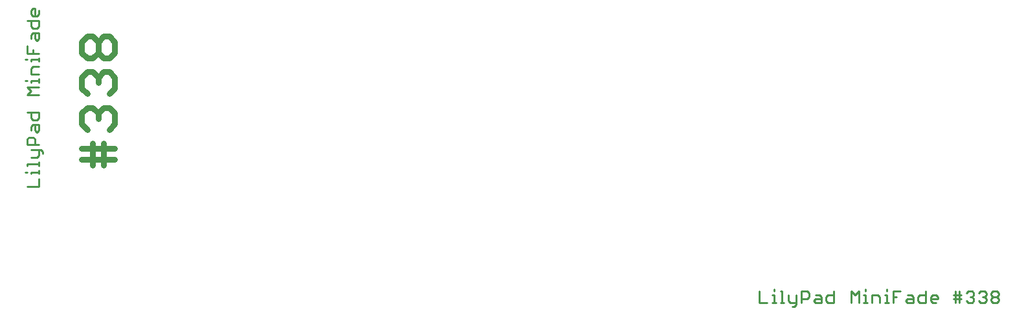
<source format=gto>
G75*
G70*
%OFA0B0*%
%FSLAX24Y24*%
%IPPOS*%
%LPD*%
%AMOC8*
5,1,8,0,0,1.08239X$1,22.5*
%
%ADD10C,0.0110*%
%ADD11C,0.0300*%
D10*
X000504Y006705D02*
X001095Y006705D01*
X001095Y007099D01*
X001095Y007350D02*
X001095Y007546D01*
X001095Y007448D02*
X000701Y007448D01*
X000701Y007350D01*
X000504Y007448D02*
X000406Y007448D01*
X000504Y007779D02*
X000504Y007878D01*
X001095Y007878D01*
X001095Y007976D02*
X001095Y007779D01*
X000997Y008209D02*
X001095Y008307D01*
X001095Y008603D01*
X001193Y008603D02*
X001292Y008504D01*
X001292Y008406D01*
X001193Y008603D02*
X000701Y008603D01*
X000504Y008853D02*
X000504Y009149D01*
X000603Y009247D01*
X000800Y009247D01*
X000898Y009149D01*
X000898Y008853D01*
X001095Y008853D02*
X000504Y008853D01*
X000701Y008209D02*
X000997Y008209D01*
X000997Y009498D02*
X000898Y009596D01*
X000898Y009892D01*
X000800Y009892D02*
X001095Y009892D01*
X001095Y009596D01*
X000997Y009498D01*
X000701Y009596D02*
X000701Y009793D01*
X000800Y009892D01*
X000800Y010143D02*
X000701Y010241D01*
X000701Y010536D01*
X000504Y010536D02*
X001095Y010536D01*
X001095Y010241D01*
X000997Y010143D01*
X000800Y010143D01*
X001095Y011432D02*
X000504Y011432D01*
X000701Y011629D01*
X000504Y011825D01*
X001095Y011825D01*
X001095Y012076D02*
X001095Y012273D01*
X001095Y012175D02*
X000701Y012175D01*
X000701Y012076D01*
X000504Y012175D02*
X000406Y012175D01*
X000701Y012506D02*
X000701Y012801D01*
X000800Y012900D01*
X001095Y012900D01*
X001095Y013150D02*
X001095Y013347D01*
X001095Y013249D02*
X000701Y013249D01*
X000701Y013150D01*
X000504Y013249D02*
X000406Y013249D01*
X000504Y013580D02*
X000504Y013974D01*
X000800Y013777D02*
X000800Y013580D01*
X001095Y013580D02*
X000504Y013580D01*
X000701Y014323D02*
X000701Y014520D01*
X000800Y014618D01*
X001095Y014618D01*
X001095Y014323D01*
X000997Y014225D01*
X000898Y014323D01*
X000898Y014618D01*
X000800Y014869D02*
X000701Y014968D01*
X000701Y015263D01*
X000504Y015263D02*
X001095Y015263D01*
X001095Y014968D01*
X000997Y014869D01*
X000800Y014869D01*
X000800Y015514D02*
X000701Y015612D01*
X000701Y015809D01*
X000800Y015908D01*
X000898Y015908D01*
X000898Y015514D01*
X000800Y015514D02*
X000997Y015514D01*
X001095Y015612D01*
X001095Y015809D01*
X001095Y012506D02*
X000701Y012506D01*
X038205Y001296D02*
X038205Y000705D01*
X038599Y000705D01*
X038850Y000705D02*
X039046Y000705D01*
X038948Y000705D02*
X038948Y001099D01*
X038850Y001099D01*
X038948Y001296D02*
X038948Y001394D01*
X039279Y001296D02*
X039378Y001296D01*
X039378Y000705D01*
X039476Y000705D02*
X039279Y000705D01*
X039709Y000803D02*
X039807Y000705D01*
X040103Y000705D01*
X040103Y000607D02*
X040004Y000508D01*
X039906Y000508D01*
X040103Y000607D02*
X040103Y001099D01*
X040353Y001296D02*
X040649Y001296D01*
X040747Y001197D01*
X040747Y001000D01*
X040649Y000902D01*
X040353Y000902D01*
X040353Y000705D02*
X040353Y001296D01*
X039709Y001099D02*
X039709Y000803D01*
X040998Y000803D02*
X041096Y000902D01*
X041392Y000902D01*
X041392Y001000D02*
X041392Y000705D01*
X041096Y000705D01*
X040998Y000803D01*
X041293Y001099D02*
X041392Y001000D01*
X041293Y001099D02*
X041096Y001099D01*
X041643Y001000D02*
X041741Y001099D01*
X042036Y001099D01*
X042036Y001296D02*
X042036Y000705D01*
X041741Y000705D01*
X041643Y000803D01*
X041643Y001000D01*
X042932Y000705D02*
X042932Y001296D01*
X043129Y001099D01*
X043325Y001296D01*
X043325Y000705D01*
X043576Y000705D02*
X043773Y000705D01*
X043675Y000705D02*
X043675Y001099D01*
X043576Y001099D01*
X043675Y001296D02*
X043675Y001394D01*
X044006Y001099D02*
X044301Y001099D01*
X044400Y001000D01*
X044400Y000705D01*
X044650Y000705D02*
X044847Y000705D01*
X044749Y000705D02*
X044749Y001099D01*
X044650Y001099D01*
X044749Y001296D02*
X044749Y001394D01*
X045080Y001296D02*
X045474Y001296D01*
X045277Y001000D02*
X045080Y001000D01*
X045080Y000705D02*
X045080Y001296D01*
X045823Y001099D02*
X046020Y001099D01*
X046118Y001000D01*
X046118Y000705D01*
X045823Y000705D01*
X045725Y000803D01*
X045823Y000902D01*
X046118Y000902D01*
X046369Y000803D02*
X046369Y001000D01*
X046468Y001099D01*
X046763Y001099D01*
X046763Y001296D02*
X046763Y000705D01*
X046468Y000705D01*
X046369Y000803D01*
X047014Y000803D02*
X047014Y001000D01*
X047112Y001099D01*
X047309Y001099D01*
X047408Y001000D01*
X047408Y000902D01*
X047014Y000902D01*
X047014Y000803D02*
X047112Y000705D01*
X047309Y000705D01*
X048205Y000902D02*
X048599Y000902D01*
X048599Y001099D02*
X048500Y001099D01*
X048205Y001099D01*
X048303Y001296D02*
X048303Y000705D01*
X048500Y000705D02*
X048500Y001296D01*
X048850Y001197D02*
X048948Y001296D01*
X049145Y001296D01*
X049243Y001197D01*
X049243Y001099D01*
X049145Y001000D01*
X049243Y000902D01*
X049243Y000803D01*
X049145Y000705D01*
X048948Y000705D01*
X048850Y000803D01*
X049046Y001000D02*
X049145Y001000D01*
X049494Y000803D02*
X049593Y000705D01*
X049789Y000705D01*
X049888Y000803D01*
X049888Y000902D01*
X049789Y001000D01*
X049691Y001000D01*
X049789Y001000D02*
X049888Y001099D01*
X049888Y001197D01*
X049789Y001296D01*
X049593Y001296D01*
X049494Y001197D01*
X050139Y001197D02*
X050139Y001099D01*
X050237Y001000D01*
X050434Y001000D01*
X050532Y000902D01*
X050532Y000803D01*
X050434Y000705D01*
X050237Y000705D01*
X050139Y000803D01*
X050139Y000902D01*
X050237Y001000D01*
X050434Y001000D02*
X050532Y001099D01*
X050532Y001197D01*
X050434Y001296D01*
X050237Y001296D01*
X050139Y001197D01*
X044006Y001099D02*
X044006Y000705D01*
D11*
X005000Y008084D02*
X003299Y008084D01*
X003299Y008651D02*
X005000Y008651D01*
X004433Y008934D02*
X004433Y007800D01*
X003866Y007800D02*
X003866Y008651D01*
X003866Y008934D01*
X003582Y009642D02*
X003299Y009925D01*
X003299Y010492D01*
X003582Y010776D01*
X003866Y010776D01*
X004149Y010492D01*
X004433Y010776D01*
X004716Y010776D01*
X005000Y010492D01*
X005000Y009925D01*
X004716Y009642D01*
X004149Y010209D02*
X004149Y010492D01*
X003582Y011483D02*
X003299Y011767D01*
X003299Y012334D01*
X003582Y012617D01*
X003866Y012617D01*
X004149Y012334D01*
X004433Y012617D01*
X004716Y012617D01*
X005000Y012334D01*
X005000Y011767D01*
X004716Y011483D01*
X004149Y012050D02*
X004149Y012334D01*
X003866Y013325D02*
X003582Y013325D01*
X003299Y013608D01*
X003299Y014175D01*
X003582Y014459D01*
X003866Y014459D01*
X004149Y014175D01*
X004149Y013608D01*
X003866Y013325D01*
X004149Y013608D02*
X004433Y013325D01*
X004716Y013325D01*
X005000Y013608D01*
X005000Y014175D01*
X004716Y014459D01*
X004433Y014459D01*
X004149Y014175D01*
M02*

</source>
